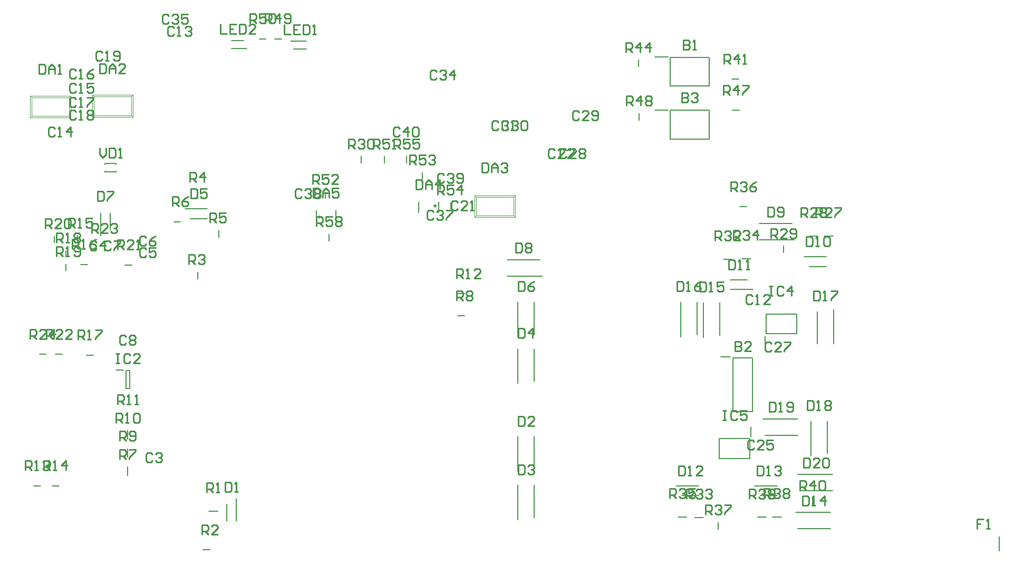
<source format=gto>
G04*
G04 #@! TF.GenerationSoftware,Altium Limited,Altium Designer,22.11.1 (43)*
G04*
G04 Layer_Color=65535*
%FSLAX44Y44*%
%MOMM*%
G71*
G04*
G04 #@! TF.SameCoordinates,BEA400A9-7B0A-4234-B2B5-4D1F4660E836*
G04*
G04*
G04 #@! TF.FilePolarity,Positive*
G04*
G01*
G75*
%ADD10C,0.2540*%
%ADD11C,0.1000*%
%ADD12C,0.2000*%
%ADD13C,0.1500*%
D10*
X500292Y561714D02*
G03*
X500292Y561714I-1488J0D01*
G01*
X685585Y579687D02*
G03*
X685585Y579687I-1488J0D01*
G01*
X1223264Y527812D02*
Y543047D01*
X1230882D01*
X1233421Y540508D01*
Y535429D01*
X1230882Y532890D01*
X1223264D01*
X1228342D02*
X1233421Y527812D01*
X1248656D02*
X1238499D01*
X1248656Y537969D01*
Y540508D01*
X1246117Y543047D01*
X1241038D01*
X1238499Y540508D01*
X1253734Y530351D02*
X1256273Y527812D01*
X1261352D01*
X1263891Y530351D01*
Y540508D01*
X1261352Y543047D01*
X1256273D01*
X1253734Y540508D01*
Y537969D01*
X1256273Y535429D01*
X1263891D01*
X145796Y808223D02*
Y792988D01*
X153413D01*
X155953Y795527D01*
Y805684D01*
X153413Y808223D01*
X145796D01*
X161031Y792988D02*
Y803145D01*
X166109Y808223D01*
X171188Y803145D01*
Y792988D01*
Y800605D01*
X161031D01*
X186423Y792988D02*
X176266D01*
X186423Y803145D01*
Y805684D01*
X183884Y808223D01*
X178805D01*
X176266Y805684D01*
X150111Y826004D02*
X147571Y828543D01*
X142493D01*
X139954Y826004D01*
Y815847D01*
X142493Y813308D01*
X147571D01*
X150111Y815847D01*
X155189Y813308D02*
X160267D01*
X157728D01*
Y828543D01*
X155189Y826004D01*
X167885Y815847D02*
X170424Y813308D01*
X175502D01*
X178042Y815847D01*
Y826004D01*
X175502Y828543D01*
X170424D01*
X167885Y826004D01*
Y823465D01*
X170424Y820926D01*
X178042D01*
X48260Y807207D02*
Y791972D01*
X55877D01*
X58417Y794511D01*
Y804668D01*
X55877Y807207D01*
X48260D01*
X63495Y791972D02*
Y802129D01*
X68573Y807207D01*
X73652Y802129D01*
Y791972D01*
Y799589D01*
X63495D01*
X78730Y791972D02*
X83808D01*
X81269D01*
Y807207D01*
X78730Y804668D01*
X107185Y797048D02*
X104646Y799587D01*
X99567D01*
X97028Y797048D01*
Y786891D01*
X99567Y784352D01*
X104646D01*
X107185Y786891D01*
X112263Y784352D02*
X117341D01*
X114802D01*
Y799587D01*
X112263Y797048D01*
X135116Y799587D02*
X130037Y797048D01*
X124959Y791970D01*
Y786891D01*
X127498Y784352D01*
X132577D01*
X135116Y786891D01*
Y789430D01*
X132577Y791970D01*
X124959D01*
X107185Y774188D02*
X104646Y776727D01*
X99567D01*
X97028Y774188D01*
Y764031D01*
X99567Y761492D01*
X104646D01*
X107185Y764031D01*
X112263Y761492D02*
X117341D01*
X114802D01*
Y776727D01*
X112263Y774188D01*
X135116Y776727D02*
X124959D01*
Y769109D01*
X130037Y771649D01*
X132577D01*
X135116Y769109D01*
Y764031D01*
X132577Y761492D01*
X127498D01*
X124959Y764031D01*
X107185Y751074D02*
X104646Y753613D01*
X99567D01*
X97028Y751074D01*
Y740917D01*
X99567Y738378D01*
X104646D01*
X107185Y740917D01*
X112263Y738378D02*
X117341D01*
X114802D01*
Y753613D01*
X112263Y751074D01*
X124959Y753613D02*
X135116D01*
Y751074D01*
X124959Y740917D01*
Y738378D01*
X107185Y731008D02*
X104646Y733547D01*
X99567D01*
X97028Y731008D01*
Y720851D01*
X99567Y718312D01*
X104646D01*
X107185Y720851D01*
X112263Y718312D02*
X117341D01*
X114802D01*
Y733547D01*
X112263Y731008D01*
X124959D02*
X127498Y733547D01*
X132577D01*
X135116Y731008D01*
Y728469D01*
X132577Y725929D01*
X135116Y723390D01*
Y720851D01*
X132577Y718312D01*
X127498D01*
X124959Y720851D01*
Y723390D01*
X127498Y725929D01*
X124959Y728469D01*
Y731008D01*
X127498Y725929D02*
X132577D01*
X1564637Y76703D02*
X1554480D01*
Y69085D01*
X1559558D01*
X1554480D01*
Y61468D01*
X1569715D02*
X1574793D01*
X1572254D01*
Y76703D01*
X1569715Y74164D01*
X1274064Y113787D02*
Y98552D01*
X1281682D01*
X1284221Y101091D01*
Y111248D01*
X1281682Y113787D01*
X1274064D01*
X1289299Y98552D02*
X1294377D01*
X1291838D01*
Y113787D01*
X1289299Y111248D01*
X1309612Y98552D02*
Y113787D01*
X1301995Y106170D01*
X1312152D01*
X1269746Y122936D02*
Y138171D01*
X1277364D01*
X1279903Y135632D01*
Y130554D01*
X1277364Y128014D01*
X1269746D01*
X1274824D02*
X1279903Y122936D01*
X1292599D02*
Y138171D01*
X1284981Y130554D01*
X1295138D01*
X1300216Y135632D02*
X1302755Y138171D01*
X1307834D01*
X1310373Y135632D01*
Y125475D01*
X1307834Y122936D01*
X1302755D01*
X1300216Y125475D01*
Y135632D01*
X1220978Y263901D02*
Y248666D01*
X1228596D01*
X1231135Y251205D01*
Y261362D01*
X1228596Y263901D01*
X1220978D01*
X1236213Y248666D02*
X1241291D01*
X1238752D01*
Y263901D01*
X1236213Y261362D01*
X1248909Y251205D02*
X1251448Y248666D01*
X1256526D01*
X1259066Y251205D01*
Y261362D01*
X1256526Y263901D01*
X1251448D01*
X1248909Y261362D01*
Y258823D01*
X1251448Y256283D01*
X1259066D01*
X1212596Y110236D02*
Y125471D01*
X1220213D01*
X1222753Y122932D01*
Y117853D01*
X1220213Y115314D01*
X1212596D01*
X1217674D02*
X1222753Y110236D01*
X1227831Y122932D02*
X1230370Y125471D01*
X1235449D01*
X1237988Y122932D01*
Y120393D01*
X1235449Y117853D01*
X1232909D01*
X1235449D01*
X1237988Y115314D01*
Y112775D01*
X1235449Y110236D01*
X1230370D01*
X1227831Y112775D01*
X1243066Y122932D02*
X1245605Y125471D01*
X1250684D01*
X1253223Y122932D01*
Y120393D01*
X1250684Y117853D01*
X1253223Y115314D01*
Y112775D01*
X1250684Y110236D01*
X1245605D01*
X1243066Y112775D01*
Y115314D01*
X1245605Y117853D01*
X1243066Y120393D01*
Y122932D01*
X1245605Y117853D02*
X1250684D01*
X1200912Y161793D02*
Y146558D01*
X1208530D01*
X1211069Y149097D01*
Y159254D01*
X1208530Y161793D01*
X1200912D01*
X1216147Y146558D02*
X1221225D01*
X1218686D01*
Y161793D01*
X1216147Y159254D01*
X1228843D02*
X1231382Y161793D01*
X1236460D01*
X1239000Y159254D01*
Y156715D01*
X1236460Y154176D01*
X1233921D01*
X1236460D01*
X1239000Y151636D01*
Y149097D01*
X1236460Y146558D01*
X1231382D01*
X1228843Y149097D01*
X1281938Y266949D02*
Y251714D01*
X1289556D01*
X1292095Y254253D01*
Y264410D01*
X1289556Y266949D01*
X1281938D01*
X1297173Y251714D02*
X1302251D01*
X1299712D01*
Y266949D01*
X1297173Y264410D01*
X1309869D02*
X1312408Y266949D01*
X1317487D01*
X1320026Y264410D01*
Y261871D01*
X1317487Y259331D01*
X1320026Y256792D01*
Y254253D01*
X1317487Y251714D01*
X1312408D01*
X1309869Y254253D01*
Y256792D01*
X1312408Y259331D01*
X1309869Y261871D01*
Y264410D01*
X1312408Y259331D02*
X1317487D01*
X1275588Y174747D02*
Y159512D01*
X1283206D01*
X1285745Y162051D01*
Y172208D01*
X1283206Y174747D01*
X1275588D01*
X1300980Y159512D02*
X1290823D01*
X1300980Y169669D01*
Y172208D01*
X1298441Y174747D01*
X1293362D01*
X1290823Y172208D01*
X1306058D02*
X1308597Y174747D01*
X1313676D01*
X1316215Y172208D01*
Y162051D01*
X1313676Y159512D01*
X1308597D01*
X1306058Y162051D01*
Y172208D01*
X1271778Y561086D02*
Y576321D01*
X1279396D01*
X1281935Y573782D01*
Y568703D01*
X1279396Y566164D01*
X1271778D01*
X1276856D02*
X1281935Y561086D01*
X1297170D02*
X1287013D01*
X1297170Y571243D01*
Y573782D01*
X1294631Y576321D01*
X1289552D01*
X1287013Y573782D01*
X1302248D02*
X1304787Y576321D01*
X1309866D01*
X1312405Y573782D01*
Y571243D01*
X1309866Y568703D01*
X1312405Y566164D01*
Y563625D01*
X1309866Y561086D01*
X1304787D01*
X1302248Y563625D01*
Y566164D01*
X1304787Y568703D01*
X1302248Y571243D01*
Y573782D01*
X1304787Y568703D02*
X1309866D01*
X1295654Y561086D02*
Y576321D01*
X1303271D01*
X1305811Y573782D01*
Y568703D01*
X1303271Y566164D01*
X1295654D01*
X1300732D02*
X1305811Y561086D01*
X1321046D02*
X1310889D01*
X1321046Y571243D01*
Y573782D01*
X1318507Y576321D01*
X1313428D01*
X1310889Y573782D01*
X1326124Y576321D02*
X1336281D01*
Y573782D01*
X1326124Y563625D01*
Y561086D01*
X1291844Y442971D02*
Y427736D01*
X1299462D01*
X1302001Y430275D01*
Y440432D01*
X1299462Y442971D01*
X1291844D01*
X1307079Y427736D02*
X1312157D01*
X1309618D01*
Y442971D01*
X1307079Y440432D01*
X1319775Y442971D02*
X1329932D01*
Y440432D01*
X1319775Y430275D01*
Y427736D01*
X1223769Y357882D02*
X1221229Y360421D01*
X1216151D01*
X1213612Y357882D01*
Y347725D01*
X1216151Y345186D01*
X1221229D01*
X1223769Y347725D01*
X1239004Y345186D02*
X1228847D01*
X1239004Y355343D01*
Y357882D01*
X1236465Y360421D01*
X1231386D01*
X1228847Y357882D01*
X1244082Y360421D02*
X1254239D01*
Y357882D01*
X1244082Y347725D01*
Y345186D01*
X1279906Y529839D02*
Y514604D01*
X1287523D01*
X1290063Y517143D01*
Y527300D01*
X1287523Y529839D01*
X1279906D01*
X1295141Y514604D02*
X1300219D01*
X1297680D01*
Y529839D01*
X1295141Y527300D01*
X1307837D02*
X1310376Y529839D01*
X1315455D01*
X1317994Y527300D01*
Y517143D01*
X1315455Y514604D01*
X1310376D01*
X1307837Y517143D01*
Y527300D01*
X1221002Y450257D02*
X1226080D01*
X1223541D01*
Y435022D01*
X1221002D01*
X1226080D01*
X1243855Y447718D02*
X1241315Y450257D01*
X1236237D01*
X1233698Y447718D01*
Y437561D01*
X1236237Y435022D01*
X1241315D01*
X1243855Y437561D01*
X1256551Y435022D02*
Y450257D01*
X1248933Y442640D01*
X1259090D01*
X1218184Y577845D02*
Y562610D01*
X1225801D01*
X1228341Y565149D01*
Y575306D01*
X1225801Y577845D01*
X1218184D01*
X1233419Y565149D02*
X1235958Y562610D01*
X1241037D01*
X1243576Y565149D01*
Y575306D01*
X1241037Y577845D01*
X1235958D01*
X1233419Y575306D01*
Y572767D01*
X1235958Y570228D01*
X1243576D01*
X1146072Y250359D02*
X1151150D01*
X1148611D01*
Y235124D01*
X1146072D01*
X1151150D01*
X1168925Y247820D02*
X1166385Y250359D01*
X1161307D01*
X1158768Y247820D01*
Y237663D01*
X1161307Y235124D01*
X1166385D01*
X1168925Y237663D01*
X1184160Y250359D02*
X1174003D01*
Y242742D01*
X1179081Y245281D01*
X1181620D01*
X1184160Y242742D01*
Y237663D01*
X1181620Y235124D01*
X1176542D01*
X1174003Y237663D01*
X1195829Y200910D02*
X1193289Y203449D01*
X1188211D01*
X1185672Y200910D01*
Y190753D01*
X1188211Y188214D01*
X1193289D01*
X1195829Y190753D01*
X1211064Y188214D02*
X1200907D01*
X1211064Y198371D01*
Y200910D01*
X1208525Y203449D01*
X1203446D01*
X1200907Y200910D01*
X1226299Y203449D02*
X1216142D01*
Y195832D01*
X1221220Y198371D01*
X1223760D01*
X1226299Y195832D01*
Y190753D01*
X1223760Y188214D01*
X1218681D01*
X1216142Y190753D01*
X1087628Y109220D02*
Y124455D01*
X1095246D01*
X1097785Y121916D01*
Y116838D01*
X1095246Y114298D01*
X1087628D01*
X1092706D02*
X1097785Y109220D01*
X1102863Y121916D02*
X1105402Y124455D01*
X1110481D01*
X1113020Y121916D01*
Y119377D01*
X1110481Y116838D01*
X1107941D01*
X1110481D01*
X1113020Y114298D01*
Y111759D01*
X1110481Y109220D01*
X1105402D01*
X1102863Y111759D01*
X1118098Y121916D02*
X1120637Y124455D01*
X1125716D01*
X1128255Y121916D01*
Y119377D01*
X1125716Y116838D01*
X1123176D01*
X1125716D01*
X1128255Y114298D01*
Y111759D01*
X1125716Y109220D01*
X1120637D01*
X1118098Y111759D01*
X1060704Y110236D02*
Y125471D01*
X1068322D01*
X1070861Y122932D01*
Y117853D01*
X1068322Y115314D01*
X1060704D01*
X1065782D02*
X1070861Y110236D01*
X1075939Y122932D02*
X1078478Y125471D01*
X1083557D01*
X1086096Y122932D01*
Y120393D01*
X1083557Y117853D01*
X1081017D01*
X1083557D01*
X1086096Y115314D01*
Y112775D01*
X1083557Y110236D01*
X1078478D01*
X1075939Y112775D01*
X1101331Y125471D02*
X1091174D01*
Y117853D01*
X1096253Y120393D01*
X1098792D01*
X1101331Y117853D01*
Y112775D01*
X1098792Y110236D01*
X1093713D01*
X1091174Y112775D01*
X1074928Y161793D02*
Y146558D01*
X1082545D01*
X1085085Y149097D01*
Y159254D01*
X1082545Y161793D01*
X1074928D01*
X1090163Y146558D02*
X1095241D01*
X1092702D01*
Y161793D01*
X1090163Y159254D01*
X1113016Y146558D02*
X1102859D01*
X1113016Y156715D01*
Y159254D01*
X1110477Y161793D01*
X1105398D01*
X1102859Y159254D01*
X1118616Y83820D02*
Y99055D01*
X1126234D01*
X1128773Y96516D01*
Y91438D01*
X1126234Y88898D01*
X1118616D01*
X1123694D02*
X1128773Y83820D01*
X1133851Y96516D02*
X1136390Y99055D01*
X1141469D01*
X1144008Y96516D01*
Y93977D01*
X1141469Y91438D01*
X1138929D01*
X1141469D01*
X1144008Y88898D01*
Y86359D01*
X1141469Y83820D01*
X1136390D01*
X1133851Y86359D01*
X1149086Y99055D02*
X1159243D01*
Y96516D01*
X1149086Y86359D01*
Y83820D01*
X1188466Y109728D02*
Y124963D01*
X1196084D01*
X1198623Y122424D01*
Y117346D01*
X1196084Y114806D01*
X1188466D01*
X1193544D02*
X1198623Y109728D01*
X1203701Y122424D02*
X1206240Y124963D01*
X1211319D01*
X1213858Y122424D01*
Y119885D01*
X1211319Y117346D01*
X1208779D01*
X1211319D01*
X1213858Y114806D01*
Y112267D01*
X1211319Y109728D01*
X1206240D01*
X1203701Y112267D01*
X1218936D02*
X1221475Y109728D01*
X1226554D01*
X1229093Y112267D01*
Y122424D01*
X1226554Y124963D01*
X1221475D01*
X1218936Y122424D01*
Y119885D01*
X1221475Y117346D01*
X1229093D01*
X1155446Y492755D02*
Y477520D01*
X1163064D01*
X1165603Y480059D01*
Y490216D01*
X1163064Y492755D01*
X1155446D01*
X1170681Y477520D02*
X1175759D01*
X1173220D01*
Y492755D01*
X1170681Y490216D01*
X1183377Y477520D02*
X1188455D01*
X1185916D01*
Y492755D01*
X1183377Y490216D01*
X1163574Y525018D02*
Y540253D01*
X1171191D01*
X1173731Y537714D01*
Y532635D01*
X1171191Y530096D01*
X1163574D01*
X1168652D02*
X1173731Y525018D01*
X1178809Y537714D02*
X1181348Y540253D01*
X1186427D01*
X1188966Y537714D01*
Y535175D01*
X1186427Y532635D01*
X1183887D01*
X1186427D01*
X1188966Y530096D01*
Y527557D01*
X1186427Y525018D01*
X1181348D01*
X1178809Y527557D01*
X1201662Y525018D02*
Y540253D01*
X1194044Y532635D01*
X1204201D01*
X1133602Y524002D02*
Y539237D01*
X1141219D01*
X1143759Y536698D01*
Y531619D01*
X1141219Y529080D01*
X1133602D01*
X1138680D02*
X1143759Y524002D01*
X1148837Y536698D02*
X1151376Y539237D01*
X1156455D01*
X1158994Y536698D01*
Y534159D01*
X1156455Y531619D01*
X1153915D01*
X1156455D01*
X1158994Y529080D01*
Y526541D01*
X1156455Y524002D01*
X1151376D01*
X1148837Y526541D01*
X1174229Y524002D02*
X1164072D01*
X1174229Y534159D01*
Y536698D01*
X1171690Y539237D01*
X1166611D01*
X1164072Y536698D01*
X1165352Y361437D02*
Y346202D01*
X1172970D01*
X1175509Y348741D01*
Y351280D01*
X1172970Y353820D01*
X1165352D01*
X1172970D01*
X1175509Y356359D01*
Y358898D01*
X1172970Y361437D01*
X1165352D01*
X1190744Y346202D02*
X1180587D01*
X1190744Y356359D01*
Y358898D01*
X1188205Y361437D01*
X1183126D01*
X1180587Y358898D01*
X1158748Y602996D02*
Y618231D01*
X1166366D01*
X1168905Y615692D01*
Y610614D01*
X1166366Y608074D01*
X1158748D01*
X1163826D02*
X1168905Y602996D01*
X1173983Y615692D02*
X1176522Y618231D01*
X1181601D01*
X1184140Y615692D01*
Y613153D01*
X1181601Y610614D01*
X1179061D01*
X1181601D01*
X1184140Y608074D01*
Y605535D01*
X1181601Y602996D01*
X1176522D01*
X1173983Y605535D01*
X1199375Y618231D02*
X1194296Y615692D01*
X1189218Y610614D01*
Y605535D01*
X1191757Y602996D01*
X1196836D01*
X1199375Y605535D01*
Y608074D01*
X1196836Y610614D01*
X1189218D01*
X1194051Y434082D02*
X1191512Y436621D01*
X1186433D01*
X1183894Y434082D01*
Y423925D01*
X1186433Y421386D01*
X1191512D01*
X1194051Y423925D01*
X1199129Y421386D02*
X1204207D01*
X1201668D01*
Y436621D01*
X1199129Y434082D01*
X1221982Y421386D02*
X1211825D01*
X1221982Y431543D01*
Y434082D01*
X1219443Y436621D01*
X1214364D01*
X1211825Y434082D01*
X1108964Y456941D02*
Y441706D01*
X1116581D01*
X1119121Y444245D01*
Y454402D01*
X1116581Y456941D01*
X1108964D01*
X1124199Y441706D02*
X1129277D01*
X1126738D01*
Y456941D01*
X1124199Y454402D01*
X1147052Y456941D02*
X1136895D01*
Y449324D01*
X1141973Y451863D01*
X1144512D01*
X1147052Y449324D01*
Y444245D01*
X1144512Y441706D01*
X1139434D01*
X1136895Y444245D01*
X1072896Y457957D02*
Y442722D01*
X1080514D01*
X1083053Y445261D01*
Y455418D01*
X1080514Y457957D01*
X1072896D01*
X1088131Y442722D02*
X1093209D01*
X1090670D01*
Y457957D01*
X1088131Y455418D01*
X1110984Y457957D02*
X1105905Y455418D01*
X1100827Y450340D01*
Y445261D01*
X1103366Y442722D01*
X1108445D01*
X1110984Y445261D01*
Y447800D01*
X1108445Y450340D01*
X1100827D01*
X718312Y463296D02*
Y478531D01*
X725929D01*
X728469Y475992D01*
Y470914D01*
X725929Y468374D01*
X718312D01*
X723390D02*
X728469Y463296D01*
X733547D02*
X738625D01*
X736086D01*
Y478531D01*
X733547Y475992D01*
X756400Y463296D02*
X746243D01*
X756400Y473453D01*
Y475992D01*
X753860Y478531D01*
X748782D01*
X746243Y475992D01*
X914905Y729992D02*
X912365Y732531D01*
X907287D01*
X904748Y729992D01*
Y719835D01*
X907287Y717296D01*
X912365D01*
X914905Y719835D01*
X930140Y717296D02*
X919983D01*
X930140Y727453D01*
Y729992D01*
X927601Y732531D01*
X922522D01*
X919983Y729992D01*
X935218Y719835D02*
X937757Y717296D01*
X942836D01*
X945375Y719835D01*
Y729992D01*
X942836Y732531D01*
X937757D01*
X935218Y729992D01*
Y727453D01*
X937757Y724913D01*
X945375D01*
X1082802Y846069D02*
Y830834D01*
X1090419D01*
X1092959Y833373D01*
Y835912D01*
X1090419Y838452D01*
X1082802D01*
X1090419D01*
X1092959Y840991D01*
Y843530D01*
X1090419Y846069D01*
X1082802D01*
X1098037Y830834D02*
X1103115D01*
X1100576D01*
Y846069D01*
X1098037Y843530D01*
X990600Y826770D02*
Y842005D01*
X998217D01*
X1000757Y839466D01*
Y834388D01*
X998217Y831848D01*
X990600D01*
X995678D02*
X1000757Y826770D01*
X1013453D02*
Y842005D01*
X1005835Y834388D01*
X1015992D01*
X1028688Y826770D02*
Y842005D01*
X1021070Y834388D01*
X1031227D01*
X991616Y740918D02*
Y756153D01*
X999233D01*
X1001773Y753614D01*
Y748536D01*
X999233Y745996D01*
X991616D01*
X996694D02*
X1001773Y740918D01*
X1014469D02*
Y756153D01*
X1006851Y748536D01*
X1017008D01*
X1022086Y753614D02*
X1024625Y756153D01*
X1029704D01*
X1032243Y753614D01*
Y751075D01*
X1029704Y748536D01*
X1032243Y745996D01*
Y743457D01*
X1029704Y740918D01*
X1024625D01*
X1022086Y743457D01*
Y745996D01*
X1024625Y748536D01*
X1022086Y751075D01*
Y753614D01*
X1024625Y748536D02*
X1029704D01*
X1080262Y760979D02*
Y745744D01*
X1087879D01*
X1090419Y748283D01*
Y750822D01*
X1087879Y753362D01*
X1080262D01*
X1087879D01*
X1090419Y755901D01*
Y758440D01*
X1087879Y760979D01*
X1080262D01*
X1095497Y758440D02*
X1098036Y760979D01*
X1103115D01*
X1105654Y758440D01*
Y755901D01*
X1103115Y753362D01*
X1100575D01*
X1103115D01*
X1105654Y750822D01*
Y748283D01*
X1103115Y745744D01*
X1098036D01*
X1095497Y748283D01*
X1148334Y807974D02*
Y823209D01*
X1155952D01*
X1158491Y820670D01*
Y815592D01*
X1155952Y813052D01*
X1148334D01*
X1153412D02*
X1158491Y807974D01*
X1171187D02*
Y823209D01*
X1163569Y815592D01*
X1173726D01*
X1178804Y807974D02*
X1183883D01*
X1181343D01*
Y823209D01*
X1178804Y820670D01*
X1146810Y757936D02*
Y773171D01*
X1154427D01*
X1156967Y770632D01*
Y765554D01*
X1154427Y763014D01*
X1146810D01*
X1151888D02*
X1156967Y757936D01*
X1169663D02*
Y773171D01*
X1162045Y765554D01*
X1172202D01*
X1177280Y773171D02*
X1187437D01*
Y770632D01*
X1177280Y760475D01*
Y757936D01*
X545338Y671830D02*
Y687065D01*
X552956D01*
X555495Y684526D01*
Y679447D01*
X552956Y676908D01*
X545338D01*
X550416D02*
X555495Y671830D01*
X560573Y684526D02*
X563112Y687065D01*
X568191D01*
X570730Y684526D01*
Y681987D01*
X568191Y679447D01*
X565651D01*
X568191D01*
X570730Y676908D01*
Y674369D01*
X568191Y671830D01*
X563112D01*
X560573Y674369D01*
X575808Y684526D02*
X578347Y687065D01*
X583426D01*
X585965Y684526D01*
Y674369D01*
X583426Y671830D01*
X578347D01*
X575808Y674369D01*
Y684526D01*
X487680Y614934D02*
Y630169D01*
X495298D01*
X497837Y627630D01*
Y622551D01*
X495298Y620012D01*
X487680D01*
X492758D02*
X497837Y614934D01*
X513072Y630169D02*
X502915D01*
Y622551D01*
X507993Y625091D01*
X510533D01*
X513072Y622551D01*
Y617473D01*
X510533Y614934D01*
X505454D01*
X502915Y617473D01*
X528307Y614934D02*
X518150D01*
X528307Y625091D01*
Y627630D01*
X525768Y630169D01*
X520689D01*
X518150Y627630D01*
X488696Y608071D02*
Y592836D01*
X496314D01*
X498853Y595375D01*
Y605532D01*
X496314Y608071D01*
X488696D01*
X503931Y592836D02*
Y602993D01*
X509009Y608071D01*
X514088Y602993D01*
Y592836D01*
Y600453D01*
X503931D01*
X529323Y608071D02*
X519166D01*
Y600453D01*
X524244Y602993D01*
X526784D01*
X529323Y600453D01*
Y595375D01*
X526784Y592836D01*
X521705D01*
X519166Y595375D01*
X469897Y605024D02*
X467357Y607563D01*
X462279D01*
X459740Y605024D01*
Y594867D01*
X462279Y592328D01*
X467357D01*
X469897Y594867D01*
X474975Y605024D02*
X477514Y607563D01*
X482593D01*
X485132Y605024D01*
Y602485D01*
X482593Y599945D01*
X480053D01*
X482593D01*
X485132Y597406D01*
Y594867D01*
X482593Y592328D01*
X477514D01*
X474975Y594867D01*
X490210Y605024D02*
X492749Y607563D01*
X497828D01*
X500367Y605024D01*
Y602485D01*
X497828Y599945D01*
X500367Y597406D01*
Y594867D01*
X497828Y592328D01*
X492749D01*
X490210Y594867D01*
Y597406D01*
X492749Y599945D01*
X490210Y602485D01*
Y605024D01*
X492749Y599945D02*
X497828D01*
X493776Y546862D02*
Y562097D01*
X501394D01*
X503933Y559558D01*
Y554479D01*
X501394Y551940D01*
X493776D01*
X498854D02*
X503933Y546862D01*
X519168Y562097D02*
X509011D01*
Y554479D01*
X514089Y557019D01*
X516629D01*
X519168Y554479D01*
Y549401D01*
X516629Y546862D01*
X511550D01*
X509011Y549401D01*
X524246Y559558D02*
X526785Y562097D01*
X531864D01*
X534403Y559558D01*
Y557019D01*
X531864Y554479D01*
X534403Y551940D01*
Y549401D01*
X531864Y546862D01*
X526785D01*
X524246Y549401D01*
Y551940D01*
X526785Y554479D01*
X524246Y557019D01*
Y559558D01*
X526785Y554479D02*
X531864D01*
X653542Y621533D02*
Y606298D01*
X661160D01*
X663699Y608837D01*
Y618994D01*
X661160Y621533D01*
X653542D01*
X668777Y606298D02*
Y616455D01*
X673855Y621533D01*
X678934Y616455D01*
Y606298D01*
Y613915D01*
X668777D01*
X691630Y606298D02*
Y621533D01*
X684012Y613915D01*
X694169D01*
X643636Y645922D02*
Y661157D01*
X651254D01*
X653793Y658618D01*
Y653540D01*
X651254Y651000D01*
X643636D01*
X648714D02*
X653793Y645922D01*
X669028Y661157D02*
X658871D01*
Y653540D01*
X663949Y656079D01*
X666489D01*
X669028Y653540D01*
Y648461D01*
X666489Y645922D01*
X661410D01*
X658871Y648461D01*
X674106Y658618D02*
X676645Y661157D01*
X681724D01*
X684263Y658618D01*
Y656079D01*
X681724Y653540D01*
X679184D01*
X681724D01*
X684263Y651000D01*
Y648461D01*
X681724Y645922D01*
X676645D01*
X674106Y648461D01*
X585216Y671830D02*
Y687065D01*
X592834D01*
X595373Y684526D01*
Y679447D01*
X592834Y676908D01*
X585216D01*
X590294D02*
X595373Y671830D01*
X610608Y687065D02*
X600451D01*
Y679447D01*
X605529Y681987D01*
X608069D01*
X610608Y679447D01*
Y674369D01*
X608069Y671830D01*
X602990D01*
X600451Y674369D01*
X615686Y671830D02*
X620765D01*
X618225D01*
Y687065D01*
X615686Y684526D01*
X617728Y671846D02*
Y687081D01*
X625345D01*
X627885Y684542D01*
Y679464D01*
X625345Y676924D01*
X617728D01*
X622806D02*
X627885Y671846D01*
X643120Y687081D02*
X632963D01*
Y679464D01*
X638041Y682003D01*
X640581D01*
X643120Y679464D01*
Y674385D01*
X640581Y671846D01*
X635502D01*
X632963Y674385D01*
X658355Y687081D02*
X648198D01*
Y679464D01*
X653277Y682003D01*
X655816D01*
X658355Y679464D01*
Y674385D01*
X655816Y671846D01*
X650737D01*
X648198Y674385D01*
X626869Y704084D02*
X624329Y706623D01*
X619251D01*
X616712Y704084D01*
Y693927D01*
X619251Y691388D01*
X624329D01*
X626869Y693927D01*
X639565Y691388D02*
Y706623D01*
X631947Y699006D01*
X642104D01*
X647182Y704084D02*
X649721Y706623D01*
X654800D01*
X657339Y704084D01*
Y693927D01*
X654800Y691388D01*
X649721D01*
X647182Y693927D01*
Y704084D01*
X688594Y597916D02*
Y613151D01*
X696211D01*
X698751Y610612D01*
Y605533D01*
X696211Y602994D01*
X688594D01*
X693672D02*
X698751Y597916D01*
X713986Y613151D02*
X703829D01*
Y605533D01*
X708907Y608073D01*
X711447D01*
X713986Y605533D01*
Y600455D01*
X711447Y597916D01*
X706368D01*
X703829Y600455D01*
X726682Y597916D02*
Y613151D01*
X719064Y605533D01*
X729221D01*
X698751Y629154D02*
X696211Y631693D01*
X691133D01*
X688594Y629154D01*
Y618997D01*
X691133Y616458D01*
X696211D01*
X698751Y618997D01*
X703829Y629154D02*
X706368Y631693D01*
X711447D01*
X713986Y629154D01*
Y626615D01*
X711447Y624076D01*
X708907D01*
X711447D01*
X713986Y621536D01*
Y618997D01*
X711447Y616458D01*
X706368D01*
X703829Y618997D01*
X719064D02*
X721603Y616458D01*
X726682D01*
X729221Y618997D01*
Y629154D01*
X726682Y631693D01*
X721603D01*
X719064Y629154D01*
Y626615D01*
X721603Y624076D01*
X729221D01*
X681733Y569972D02*
X679193Y572511D01*
X674115D01*
X671576Y569972D01*
Y559815D01*
X674115Y557276D01*
X679193D01*
X681733Y559815D01*
X686811Y569972D02*
X689350Y572511D01*
X694429D01*
X696968Y569972D01*
Y567433D01*
X694429Y564893D01*
X691889D01*
X694429D01*
X696968Y562354D01*
Y559815D01*
X694429Y557276D01*
X689350D01*
X686811Y559815D01*
X702046Y572511D02*
X712203D01*
Y569972D01*
X702046Y559815D01*
Y557276D01*
X265173Y865120D02*
X262633Y867659D01*
X257555D01*
X255016Y865120D01*
Y854963D01*
X257555Y852424D01*
X262633D01*
X265173Y854963D01*
X270251Y852424D02*
X275329D01*
X272790D01*
Y867659D01*
X270251Y865120D01*
X282947D02*
X285486Y867659D01*
X290564D01*
X293104Y865120D01*
Y862581D01*
X290564Y860042D01*
X288025D01*
X290564D01*
X293104Y857502D01*
Y854963D01*
X290564Y852424D01*
X285486D01*
X282947Y854963D01*
X718312Y427990D02*
Y443225D01*
X725929D01*
X728469Y440686D01*
Y435607D01*
X725929Y433068D01*
X718312D01*
X723390D02*
X728469Y427990D01*
X733547Y440686D02*
X736086Y443225D01*
X741165D01*
X743704Y440686D01*
Y438147D01*
X741165Y435607D01*
X743704Y433068D01*
Y430529D01*
X741165Y427990D01*
X736086D01*
X733547Y430529D01*
Y433068D01*
X736086Y435607D01*
X733547Y438147D01*
Y440686D01*
X736086Y435607D02*
X741165D01*
X58232Y543814D02*
Y559049D01*
X65850D01*
X68389Y556510D01*
Y551432D01*
X65850Y548892D01*
X58232D01*
X63310D02*
X68389Y543814D01*
X83624D02*
X73467D01*
X83624Y553971D01*
Y556510D01*
X81085Y559049D01*
X76006D01*
X73467Y556510D01*
X88702D02*
X91241Y559049D01*
X96320D01*
X98859Y556510D01*
Y546353D01*
X96320Y543814D01*
X91241D01*
X88702Y546353D01*
Y556510D01*
X76266Y498856D02*
Y514091D01*
X83884D01*
X86423Y511552D01*
Y506474D01*
X83884Y503934D01*
X76266D01*
X81344D02*
X86423Y498856D01*
X91501D02*
X96579D01*
X94040D01*
Y514091D01*
X91501Y511552D01*
X104197Y501395D02*
X106736Y498856D01*
X111814D01*
X114354Y501395D01*
Y511552D01*
X111814Y514091D01*
X106736D01*
X104197Y511552D01*
Y509013D01*
X106736Y506474D01*
X114354D01*
X76266Y520954D02*
Y536189D01*
X83884D01*
X86423Y533650D01*
Y528572D01*
X83884Y526032D01*
X76266D01*
X81344D02*
X86423Y520954D01*
X91501D02*
X96579D01*
X94040D01*
Y536189D01*
X91501Y533650D01*
X104197D02*
X106736Y536189D01*
X111814D01*
X114354Y533650D01*
Y531111D01*
X111814Y528572D01*
X114354Y526032D01*
Y523493D01*
X111814Y520954D01*
X106736D01*
X104197Y523493D01*
Y526032D01*
X106736Y528572D01*
X104197Y531111D01*
Y533650D01*
X106736Y528572D02*
X111814D01*
X95316Y544830D02*
Y560065D01*
X102934D01*
X105473Y557526D01*
Y552448D01*
X102934Y549908D01*
X95316D01*
X100394D02*
X105473Y544830D01*
X110551D02*
X115629D01*
X113090D01*
Y560065D01*
X110551Y557526D01*
X133404Y560065D02*
X123247D01*
Y552448D01*
X128325Y554987D01*
X130864D01*
X133404Y552448D01*
Y547369D01*
X130864Y544830D01*
X125786D01*
X123247Y547369D01*
X262382Y578866D02*
Y594101D01*
X270000D01*
X272539Y591562D01*
Y586483D01*
X270000Y583944D01*
X262382D01*
X267460D02*
X272539Y578866D01*
X287774Y594101D02*
X282695Y591562D01*
X277617Y586483D01*
Y581405D01*
X280156Y578866D01*
X285235D01*
X287774Y581405D01*
Y583944D01*
X285235Y586483D01*
X277617D01*
X322326Y552958D02*
Y568193D01*
X329944D01*
X332483Y565654D01*
Y560575D01*
X329944Y558036D01*
X322326D01*
X327404D02*
X332483Y552958D01*
X347718Y568193D02*
X337561D01*
Y560575D01*
X342639Y563115D01*
X345179D01*
X347718Y560575D01*
Y555497D01*
X345179Y552958D01*
X340100D01*
X337561Y555497D01*
X288290Y485902D02*
Y501137D01*
X295907D01*
X298447Y498598D01*
Y493520D01*
X295907Y490980D01*
X288290D01*
X293368D02*
X298447Y485902D01*
X303525Y498598D02*
X306064Y501137D01*
X311143D01*
X313682Y498598D01*
Y496059D01*
X311143Y493520D01*
X308603D01*
X311143D01*
X313682Y490980D01*
Y488441D01*
X311143Y485902D01*
X306064D01*
X303525Y488441D01*
X309372Y51816D02*
Y67051D01*
X316989D01*
X319529Y64512D01*
Y59433D01*
X316989Y56894D01*
X309372D01*
X314450D02*
X319529Y51816D01*
X334764D02*
X324607D01*
X334764Y61973D01*
Y64512D01*
X332225Y67051D01*
X327146D01*
X324607Y64512D01*
X339090Y871469D02*
Y856234D01*
X349247D01*
X364482Y871469D02*
X354325D01*
Y856234D01*
X364482D01*
X354325Y863851D02*
X359403D01*
X369560Y871469D02*
Y856234D01*
X377178D01*
X379717Y858773D01*
Y868930D01*
X377178Y871469D01*
X369560D01*
X394952Y856234D02*
X384795D01*
X394952Y866391D01*
Y868930D01*
X392413Y871469D01*
X387334D01*
X384795Y868930D01*
X441706Y870453D02*
Y855218D01*
X451863D01*
X467098Y870453D02*
X456941D01*
Y855218D01*
X467098D01*
X456941Y862835D02*
X462019D01*
X472176Y870453D02*
Y855218D01*
X479794D01*
X482333Y857757D01*
Y867914D01*
X479794Y870453D01*
X472176D01*
X487411Y855218D02*
X492490D01*
X489950D01*
Y870453D01*
X487411Y867914D01*
X411734Y872744D02*
Y887979D01*
X419352D01*
X421891Y885440D01*
Y880361D01*
X419352Y877822D01*
X411734D01*
X416812D02*
X421891Y872744D01*
X434587D02*
Y887979D01*
X426969Y880361D01*
X437126D01*
X442204Y875283D02*
X444743Y872744D01*
X449822D01*
X452361Y875283D01*
Y885440D01*
X449822Y887979D01*
X444743D01*
X442204Y885440D01*
Y882901D01*
X444743Y880361D01*
X452361D01*
X386588Y872744D02*
Y887979D01*
X394206D01*
X396745Y885440D01*
Y880361D01*
X394206Y877822D01*
X386588D01*
X391666D02*
X396745Y872744D01*
X411980Y887979D02*
X401823D01*
Y880361D01*
X406901Y882901D01*
X409441D01*
X411980Y880361D01*
Y875283D01*
X409441Y872744D01*
X404362D01*
X401823Y875283D01*
X417058Y885440D02*
X419597Y887979D01*
X424676D01*
X427215Y885440D01*
Y875283D01*
X424676Y872744D01*
X419597D01*
X417058Y875283D01*
Y885440D01*
X686813Y795016D02*
X684274Y797555D01*
X679195D01*
X676656Y795016D01*
Y784859D01*
X679195Y782320D01*
X684274D01*
X686813Y784859D01*
X691891Y795016D02*
X694430Y797555D01*
X699509D01*
X702048Y795016D01*
Y792477D01*
X699509Y789938D01*
X696969D01*
X699509D01*
X702048Y787398D01*
Y784859D01*
X699509Y782320D01*
X694430D01*
X691891Y784859D01*
X714744Y782320D02*
Y797555D01*
X707126Y789938D01*
X717283D01*
X256791Y885186D02*
X254251Y887725D01*
X249173D01*
X246634Y885186D01*
Y875029D01*
X249173Y872490D01*
X254251D01*
X256791Y875029D01*
X261869Y885186D02*
X264408Y887725D01*
X269487D01*
X272026Y885186D01*
Y882647D01*
X269487Y880107D01*
X266947D01*
X269487D01*
X272026Y877568D01*
Y875029D01*
X269487Y872490D01*
X264408D01*
X261869Y875029D01*
X287261Y887725D02*
X277104D01*
Y880107D01*
X282183Y882647D01*
X284722D01*
X287261Y880107D01*
Y875029D01*
X284722Y872490D01*
X279643D01*
X277104Y875029D01*
X145288Y672587D02*
Y662430D01*
X150366Y657352D01*
X155445Y662430D01*
Y672587D01*
X160523D02*
Y657352D01*
X168141D01*
X170680Y659891D01*
Y670048D01*
X168141Y672587D01*
X160523D01*
X175758Y657352D02*
X180837D01*
X178297D01*
Y672587D01*
X175758Y670048D01*
X759460Y648457D02*
Y633222D01*
X767077D01*
X769617Y635761D01*
Y645918D01*
X767077Y648457D01*
X759460D01*
X774695Y633222D02*
Y643379D01*
X779773Y648457D01*
X784852Y643379D01*
Y633222D01*
Y640839D01*
X774695D01*
X789930Y645918D02*
X792469Y648457D01*
X797548D01*
X800087Y645918D01*
Y643379D01*
X797548Y640839D01*
X795008D01*
X797548D01*
X800087Y638300D01*
Y635761D01*
X797548Y633222D01*
X792469D01*
X789930Y635761D01*
X785365Y713990D02*
X782825Y716529D01*
X777747D01*
X775208Y713990D01*
Y703833D01*
X777747Y701294D01*
X782825D01*
X785365Y703833D01*
X790443Y713990D02*
X792982Y716529D01*
X798061D01*
X800600Y713990D01*
Y711451D01*
X798061Y708912D01*
X795521D01*
X798061D01*
X800600Y706372D01*
Y703833D01*
X798061Y701294D01*
X792982D01*
X790443Y703833D01*
X805678Y701294D02*
X810757D01*
X808217D01*
Y716529D01*
X805678Y713990D01*
X894839Y669286D02*
X892299Y671825D01*
X887221D01*
X884682Y669286D01*
Y659129D01*
X887221Y656590D01*
X892299D01*
X894839Y659129D01*
X910074Y656590D02*
X899917D01*
X910074Y666747D01*
Y669286D01*
X907535Y671825D01*
X902456D01*
X899917Y669286D01*
X915152D02*
X917691Y671825D01*
X922770D01*
X925309Y669286D01*
Y666747D01*
X922770Y664208D01*
X925309Y661668D01*
Y659129D01*
X922770Y656590D01*
X917691D01*
X915152Y659129D01*
Y661668D01*
X917691Y664208D01*
X915152Y666747D01*
Y669286D01*
X917691Y664208D02*
X922770D01*
X801875Y713990D02*
X799335Y716529D01*
X794257D01*
X791718Y713990D01*
Y703833D01*
X794257Y701294D01*
X799335D01*
X801875Y703833D01*
X806953Y713990D02*
X809492Y716529D01*
X814571D01*
X817110Y713990D01*
Y711451D01*
X814571Y708912D01*
X812031D01*
X814571D01*
X817110Y706372D01*
Y703833D01*
X814571Y701294D01*
X809492D01*
X806953Y703833D01*
X822188Y713990D02*
X824727Y716529D01*
X829806D01*
X832345Y713990D01*
Y703833D01*
X829806Y701294D01*
X824727D01*
X822188Y703833D01*
Y713990D01*
X875789Y669032D02*
X873250Y671571D01*
X868171D01*
X865632Y669032D01*
Y658875D01*
X868171Y656336D01*
X873250D01*
X875789Y658875D01*
X891024Y656336D02*
X880867D01*
X891024Y666493D01*
Y669032D01*
X888485Y671571D01*
X883406D01*
X880867Y669032D01*
X906259Y656336D02*
X896102D01*
X906259Y666493D01*
Y669032D01*
X903720Y671571D01*
X898641D01*
X896102Y669032D01*
X720341Y584958D02*
X717802Y587497D01*
X712723D01*
X710184Y584958D01*
Y574801D01*
X712723Y572262D01*
X717802D01*
X720341Y574801D01*
X735576Y572262D02*
X725419D01*
X735576Y582419D01*
Y584958D01*
X733037Y587497D01*
X727958D01*
X725419Y584958D01*
X740654Y572262D02*
X745732D01*
X743193D01*
Y587497D01*
X740654Y584958D01*
X73149Y704084D02*
X70609Y706623D01*
X65531D01*
X62992Y704084D01*
Y693927D01*
X65531Y691388D01*
X70609D01*
X73149Y693927D01*
X78227Y691388D02*
X83305D01*
X80766D01*
Y706623D01*
X78227Y704084D01*
X98540Y691388D02*
Y706623D01*
X90923Y699006D01*
X101080D01*
X813308Y519679D02*
Y504444D01*
X820926D01*
X823465Y506983D01*
Y517140D01*
X820926Y519679D01*
X813308D01*
X828543Y517140D02*
X831082Y519679D01*
X836161D01*
X838700Y517140D01*
Y514601D01*
X836161Y512062D01*
X838700Y509522D01*
Y506983D01*
X836161Y504444D01*
X831082D01*
X828543Y506983D01*
Y509522D01*
X831082Y512062D01*
X828543Y514601D01*
Y517140D01*
X831082Y512062D02*
X836161D01*
X33594Y365760D02*
Y380995D01*
X41212D01*
X43751Y378456D01*
Y373377D01*
X41212Y370838D01*
X33594D01*
X38672D02*
X43751Y365760D01*
X58986D02*
X48829D01*
X58986Y375917D01*
Y378456D01*
X56447Y380995D01*
X51368D01*
X48829Y378456D01*
X71682Y365760D02*
Y380995D01*
X64064Y373377D01*
X74221D01*
X132908Y536448D02*
Y551683D01*
X140526D01*
X143065Y549144D01*
Y544066D01*
X140526Y541526D01*
X132908D01*
X137986D02*
X143065Y536448D01*
X158300D02*
X148143D01*
X158300Y546605D01*
Y549144D01*
X155761Y551683D01*
X150682D01*
X148143Y549144D01*
X163378D02*
X165917Y551683D01*
X170996D01*
X173535Y549144D01*
Y546605D01*
X170996Y544066D01*
X168456D01*
X170996D01*
X173535Y541526D01*
Y538987D01*
X170996Y536448D01*
X165917D01*
X163378Y538987D01*
X59690Y365760D02*
Y380995D01*
X67308D01*
X69847Y378456D01*
Y373377D01*
X67308Y370838D01*
X59690D01*
X64768D02*
X69847Y365760D01*
X85082D02*
X74925D01*
X85082Y375917D01*
Y378456D01*
X82543Y380995D01*
X77464D01*
X74925Y378456D01*
X100317Y365760D02*
X90160D01*
X100317Y375917D01*
Y378456D01*
X97778Y380995D01*
X92699D01*
X90160Y378456D01*
X174056Y509524D02*
Y524759D01*
X181674D01*
X184213Y522220D01*
Y517141D01*
X181674Y514602D01*
X174056D01*
X179134D02*
X184213Y509524D01*
X199448D02*
X189291D01*
X199448Y519681D01*
Y522220D01*
X196909Y524759D01*
X191830D01*
X189291Y522220D01*
X204526Y509524D02*
X209604D01*
X207065D01*
Y524759D01*
X204526Y522220D01*
X110998Y364744D02*
Y379979D01*
X118616D01*
X121155Y377440D01*
Y372361D01*
X118616Y369822D01*
X110998D01*
X116076D02*
X121155Y364744D01*
X126233D02*
X131311D01*
X128772D01*
Y379979D01*
X126233Y377440D01*
X138929Y379979D02*
X149086D01*
Y377440D01*
X138929Y367283D01*
Y364744D01*
X101158Y510286D02*
Y525521D01*
X108776D01*
X111315Y522982D01*
Y517904D01*
X108776Y515364D01*
X101158D01*
X106236D02*
X111315Y510286D01*
X116393D02*
X121471D01*
X118932D01*
Y525521D01*
X116393Y522982D01*
X139246Y525521D02*
X134167Y522982D01*
X129089Y517904D01*
Y512825D01*
X131628Y510286D01*
X136706D01*
X139246Y512825D01*
Y515364D01*
X136706Y517904D01*
X129089D01*
X55880Y154940D02*
Y170175D01*
X63498D01*
X66037Y167636D01*
Y162558D01*
X63498Y160018D01*
X55880D01*
X60958D02*
X66037Y154940D01*
X71115D02*
X76193D01*
X73654D01*
Y170175D01*
X71115Y167636D01*
X91428Y154940D02*
Y170175D01*
X83811Y162558D01*
X93968D01*
X25908Y154940D02*
Y170175D01*
X33526D01*
X36065Y167636D01*
Y162558D01*
X33526Y160018D01*
X25908D01*
X30986D02*
X36065Y154940D01*
X41143D02*
X46221D01*
X43682D01*
Y170175D01*
X41143Y167636D01*
X53839D02*
X56378Y170175D01*
X61456D01*
X63996Y167636D01*
Y165097D01*
X61456Y162558D01*
X58917D01*
X61456D01*
X63996Y160018D01*
Y157479D01*
X61456Y154940D01*
X56378D01*
X53839Y157479D01*
X173990Y260604D02*
Y275839D01*
X181607D01*
X184147Y273300D01*
Y268221D01*
X181607Y265682D01*
X173990D01*
X179068D02*
X184147Y260604D01*
X189225D02*
X194303D01*
X191764D01*
Y275839D01*
X189225Y273300D01*
X201921Y260604D02*
X206999D01*
X204460D01*
Y275839D01*
X201921Y273300D01*
X171450Y231394D02*
Y246629D01*
X179067D01*
X181607Y244090D01*
Y239011D01*
X179067Y236472D01*
X171450D01*
X176528D02*
X181607Y231394D01*
X186685D02*
X191763D01*
X189224D01*
Y246629D01*
X186685Y244090D01*
X199381D02*
X201920Y246629D01*
X206999D01*
X209538Y244090D01*
Y233933D01*
X206999Y231394D01*
X201920D01*
X199381Y233933D01*
Y244090D01*
X177800Y202184D02*
Y217419D01*
X185417D01*
X187957Y214880D01*
Y209802D01*
X185417Y207262D01*
X177800D01*
X182878D02*
X187957Y202184D01*
X193035Y204723D02*
X195574Y202184D01*
X200653D01*
X203192Y204723D01*
Y214880D01*
X200653Y217419D01*
X195574D01*
X193035Y214880D01*
Y212341D01*
X195574Y209802D01*
X203192D01*
X177800Y172974D02*
Y188209D01*
X185417D01*
X187957Y185670D01*
Y180592D01*
X185417Y178052D01*
X177800D01*
X182878D02*
X187957Y172974D01*
X193035Y188209D02*
X203192D01*
Y185670D01*
X193035Y175513D01*
Y172974D01*
X171450Y341879D02*
X176528D01*
X173989D01*
Y326644D01*
X171450D01*
X176528D01*
X194303Y339340D02*
X191763Y341879D01*
X186685D01*
X184146Y339340D01*
Y329183D01*
X186685Y326644D01*
X191763D01*
X194303Y329183D01*
X209538Y326644D02*
X199381D01*
X209538Y336801D01*
Y339340D01*
X206999Y341879D01*
X201920D01*
X199381Y339340D01*
X142240Y603245D02*
Y588010D01*
X149858D01*
X152397Y590549D01*
Y600706D01*
X149858Y603245D01*
X142240D01*
X157475D02*
X167632D01*
Y600706D01*
X157475Y590549D01*
Y588010D01*
X187449Y369058D02*
X184909Y371597D01*
X179831D01*
X177292Y369058D01*
Y358901D01*
X179831Y356362D01*
X184909D01*
X187449Y358901D01*
X192527Y369058D02*
X195066Y371597D01*
X200145D01*
X202684Y369058D01*
Y366519D01*
X200145Y363979D01*
X202684Y361440D01*
Y358901D01*
X200145Y356362D01*
X195066D01*
X192527Y358901D01*
Y361440D01*
X195066Y363979D01*
X192527Y366519D01*
Y369058D01*
X195066Y363979D02*
X200145D01*
X163385Y520442D02*
X160846Y522981D01*
X155767D01*
X153228Y520442D01*
Y510285D01*
X155767Y507746D01*
X160846D01*
X163385Y510285D01*
X168463Y522981D02*
X178620D01*
Y520442D01*
X168463Y510285D01*
Y507746D01*
X219773Y528824D02*
X217234Y531363D01*
X212155D01*
X209616Y528824D01*
Y518667D01*
X212155Y516128D01*
X217234D01*
X219773Y518667D01*
X235008Y531363D02*
X229929Y528824D01*
X224851Y523745D01*
Y518667D01*
X227390Y516128D01*
X232469D01*
X235008Y518667D01*
Y521206D01*
X232469Y523745D01*
X224851D01*
X219773Y509774D02*
X217234Y512313D01*
X212155D01*
X209616Y509774D01*
Y499617D01*
X212155Y497078D01*
X217234D01*
X219773Y499617D01*
X235008Y512313D02*
X224851D01*
Y504696D01*
X229929Y507235D01*
X232469D01*
X235008Y504696D01*
Y499617D01*
X232469Y497078D01*
X227390D01*
X224851Y499617D01*
X140525Y520950D02*
X137986Y523489D01*
X132907D01*
X130368Y520950D01*
Y510793D01*
X132907Y508254D01*
X137986D01*
X140525Y510793D01*
X153221Y508254D02*
Y523489D01*
X145603Y515872D01*
X155760D01*
X290322Y618490D02*
Y633725D01*
X297939D01*
X300479Y631186D01*
Y626107D01*
X297939Y623568D01*
X290322D01*
X295400D02*
X300479Y618490D01*
X313175D02*
Y633725D01*
X305557Y626107D01*
X315714D01*
X317754Y119126D02*
Y134361D01*
X325372D01*
X327911Y131822D01*
Y126743D01*
X325372Y124204D01*
X317754D01*
X322832D02*
X327911Y119126D01*
X332989D02*
X338067D01*
X335528D01*
Y134361D01*
X332989Y131822D01*
X817372Y457957D02*
Y442722D01*
X824989D01*
X827529Y445261D01*
Y455418D01*
X824989Y457957D01*
X817372D01*
X842764D02*
X837685Y455418D01*
X832607Y450340D01*
Y445261D01*
X835146Y442722D01*
X840225D01*
X842764Y445261D01*
Y447800D01*
X840225Y450340D01*
X832607D01*
X292354Y606801D02*
Y591566D01*
X299972D01*
X302511Y594105D01*
Y604262D01*
X299972Y606801D01*
X292354D01*
X317746D02*
X307589D01*
Y599184D01*
X312667Y601723D01*
X315207D01*
X317746Y599184D01*
Y594105D01*
X315207Y591566D01*
X310128D01*
X307589Y594105D01*
X817372Y382773D02*
Y367538D01*
X824989D01*
X827529Y370077D01*
Y380234D01*
X824989Y382773D01*
X817372D01*
X840225Y367538D02*
Y382773D01*
X832607Y375155D01*
X842764D01*
X817372Y163825D02*
Y148590D01*
X824989D01*
X827529Y151129D01*
Y161286D01*
X824989Y163825D01*
X817372D01*
X832607Y161286D02*
X835146Y163825D01*
X840225D01*
X842764Y161286D01*
Y158747D01*
X840225Y156208D01*
X837685D01*
X840225D01*
X842764Y153668D01*
Y151129D01*
X840225Y148590D01*
X835146D01*
X832607Y151129D01*
X817372Y241803D02*
Y226568D01*
X824989D01*
X827529Y229107D01*
Y239264D01*
X824989Y241803D01*
X817372D01*
X842764Y226568D02*
X832607D01*
X842764Y236725D01*
Y239264D01*
X840225Y241803D01*
X835146D01*
X832607Y239264D01*
X346964Y135377D02*
Y120142D01*
X354581D01*
X357121Y122681D01*
Y132838D01*
X354581Y135377D01*
X346964D01*
X362199Y120142D02*
X367277D01*
X364738D01*
Y135377D01*
X362199Y132838D01*
X230375Y180082D02*
X227836Y182621D01*
X222757D01*
X220218Y180082D01*
Y169925D01*
X222757Y167386D01*
X227836D01*
X230375Y169925D01*
X235453Y180082D02*
X237992Y182621D01*
X243071D01*
X245610Y180082D01*
Y177543D01*
X243071Y175004D01*
X240531D01*
X243071D01*
X245610Y172464D01*
Y169925D01*
X243071Y167386D01*
X237992D01*
X235453Y169925D01*
D11*
X149000Y646250D02*
G03*
X149000Y646250I-500J0D01*
G01*
X133754Y757500D02*
X198754D01*
X136254Y755000D02*
X196254D01*
X133754Y722500D02*
X198754D01*
X136254Y725000D02*
X196254D01*
X198754Y722500D02*
Y757500D01*
X196254Y755000D02*
X198754Y757500D01*
X196254Y725000D02*
X198754Y722500D01*
X196254Y725000D02*
Y755000D01*
X133754Y722500D02*
Y757500D01*
X136254Y725000D02*
Y755000D01*
X133754Y757500D02*
X136254Y755000D01*
X133754Y722500D02*
X136254Y725000D01*
X33754Y756500D02*
X98754D01*
X36254Y754000D02*
X96254D01*
X33754Y721500D02*
X98754D01*
X36254Y724000D02*
X96254D01*
X98754Y721500D02*
Y756500D01*
X96254Y754000D02*
X98754Y756500D01*
X96254Y724000D02*
X98754Y721500D01*
X96254Y724000D02*
Y754000D01*
X33754Y721500D02*
Y756500D01*
X36254Y724000D02*
Y754000D01*
X33754Y756500D02*
X36254Y754000D01*
X33754Y721500D02*
X36254Y724000D01*
X747246Y561500D02*
X812246D01*
X749746Y564000D02*
X809746D01*
X747246Y596500D02*
X812246D01*
X749746Y594000D02*
X809746D01*
X747246Y561500D02*
Y596500D01*
Y561500D02*
X749746Y564000D01*
X747246Y596500D02*
X749746Y594000D01*
Y564000D02*
Y594000D01*
X812246Y561500D02*
Y596500D01*
X809746Y564000D02*
Y594000D01*
Y564000D02*
X812246Y561500D01*
X809746Y594000D02*
X812246Y596500D01*
D12*
X1243511Y504631D02*
Y515391D01*
X1590000Y25300D02*
Y48700D01*
X1266850Y60900D02*
X1319150D01*
X1263500Y87100D02*
X1319150D01*
X1290000Y99620D02*
Y110380D01*
X1210500Y237100D02*
X1266150D01*
X1213850Y210900D02*
X1266150D01*
X1226000Y80000D02*
X1240000D01*
X1197250Y129750D02*
X1233500D01*
X1206500Y114250D02*
X1233500D01*
X1314100Y181850D02*
Y234150D01*
X1287900Y178500D02*
Y234150D01*
X1269850Y121900D02*
X1322150D01*
X1266500Y148100D02*
X1322150D01*
X1285000Y531000D02*
X1299000D01*
X1309000D02*
X1323000D01*
X1297900Y357850D02*
Y410150D01*
X1324100Y357850D02*
Y413500D01*
X1285500Y482250D02*
X1312500D01*
X1276250Y497750D02*
X1312500D01*
X1215500Y374000D02*
Y406000D01*
X1264500D01*
Y374000D02*
Y406000D01*
X1215500Y374000D02*
X1264500D01*
X1214200Y355250D02*
Y370500D01*
X1204850Y551100D02*
X1257150D01*
X1204850Y524900D02*
X1260500D01*
X1189500Y174000D02*
Y206000D01*
X1140500Y174000D02*
X1189500D01*
X1140500D02*
Y206000D01*
X1189500D01*
X1190800Y209500D02*
Y224750D01*
X1101000Y79000D02*
X1115000D01*
X1074000Y80000D02*
X1088000D01*
X1080500Y114250D02*
X1107500D01*
X1071250Y129750D02*
X1107500D01*
X1139000Y60620D02*
Y71380D01*
X1201750Y79500D02*
X1215750D01*
X1158500Y460750D02*
X1185500D01*
X1158500Y445250D02*
X1194750D01*
X1177000Y495000D02*
X1191000D01*
X1147000Y494000D02*
X1161000D01*
X1162000Y335250D02*
X1194000D01*
Y248750D02*
Y335250D01*
X1162000Y248750D02*
X1194000D01*
X1162000D02*
Y335250D01*
X1143000Y337100D02*
X1158500D01*
X1173620Y578000D02*
X1184380D01*
X1141100Y371850D02*
Y424150D01*
X1114900Y368500D02*
Y424150D01*
X1105100Y372850D02*
Y425150D01*
X1078900Y369500D02*
Y425150D01*
X720620Y438500D02*
X731380D01*
X1061500Y818000D02*
X1124500D01*
Y772000D02*
Y818000D01*
X1061500Y772000D02*
X1124500D01*
X1061500D02*
Y818000D01*
X1037000Y818450D02*
X1058000D01*
X1011000Y803620D02*
Y814380D01*
X1012000Y717620D02*
Y728380D01*
X1061500Y733000D02*
X1124500D01*
Y687000D02*
Y733000D01*
X1061500Y687000D02*
X1124500D01*
X1061500D02*
Y733000D01*
X1037000Y733450D02*
X1058000D01*
X1160620Y783000D02*
X1171380D01*
X1161620Y733000D02*
X1172380D01*
X565532Y648620D02*
Y659380D01*
X508000Y591620D02*
Y602380D01*
X514000Y523620D02*
Y534380D01*
X664000Y622620D02*
Y633380D01*
X603000Y648620D02*
Y659380D01*
X638000Y648620D02*
Y659380D01*
X709000Y574620D02*
Y585380D01*
X172000Y315990D02*
X184000D01*
X187500Y286490D02*
Y315490D01*
Y286490D02*
X193500D01*
Y315490D01*
X187500D02*
X193500D01*
X154000Y648000D02*
X172000D01*
X154000Y634000D02*
X172000D01*
X154000Y646250D02*
Y648000D01*
X172000Y646250D02*
Y648000D01*
X154000Y634000D02*
Y635750D01*
X172000Y634000D02*
Y635750D01*
X357000Y845250D02*
X377000D01*
X357000Y832750D02*
X382000D01*
X720620Y403000D02*
X731380D01*
X303000Y462620D02*
Y473380D01*
X282250Y574750D02*
X318500D01*
X291500Y559250D02*
X318500D01*
X337000Y529620D02*
Y540380D01*
X303000Y592000D02*
Y606000D01*
X124620Y340000D02*
X135380D01*
X147250Y532250D02*
Y568500D01*
X162750Y541500D02*
Y568500D01*
X74620Y341000D02*
X85380D01*
X48620D02*
X59380D01*
X91000Y497620D02*
Y508380D01*
X153340Y513180D02*
Y523940D01*
X114940Y485540D02*
X125700D01*
X91000Y475620D02*
Y486380D01*
X110000Y521620D02*
Y532380D01*
X73000Y520620D02*
Y531380D01*
X186520Y484540D02*
X197280D01*
X311620Y27000D02*
X322380D01*
X264620Y554000D02*
X275380D01*
X401620Y848000D02*
X412380D01*
X426620D02*
X437380D01*
X39620Y130000D02*
X50380D01*
X69620D02*
X80380D01*
X349250Y73500D02*
Y100500D01*
X364750Y73500D02*
Y109750D01*
X843100Y156850D02*
Y209150D01*
X816900Y153500D02*
Y209150D01*
X843100Y78850D02*
Y131150D01*
X816900Y75500D02*
Y131150D01*
X843100Y297850D02*
Y350150D01*
X816900Y294500D02*
Y350150D01*
X843100Y372850D02*
Y425150D01*
X816900Y369500D02*
Y425150D01*
X321000Y89000D02*
X335000D01*
X190500Y146670D02*
Y160670D01*
Y175880D02*
Y189880D01*
Y205090D02*
Y219090D01*
Y234300D02*
Y248300D01*
X799850Y493100D02*
X852150D01*
X799850Y466900D02*
X855500D01*
X452000Y844250D02*
X477000D01*
X457000Y831750D02*
X477000D01*
D13*
X493100Y555200D02*
Y572300D01*
X524900Y555450D02*
Y572550D01*
X658000Y568851D02*
Y585951D01*
X689801Y569101D02*
Y586201D01*
M02*

</source>
